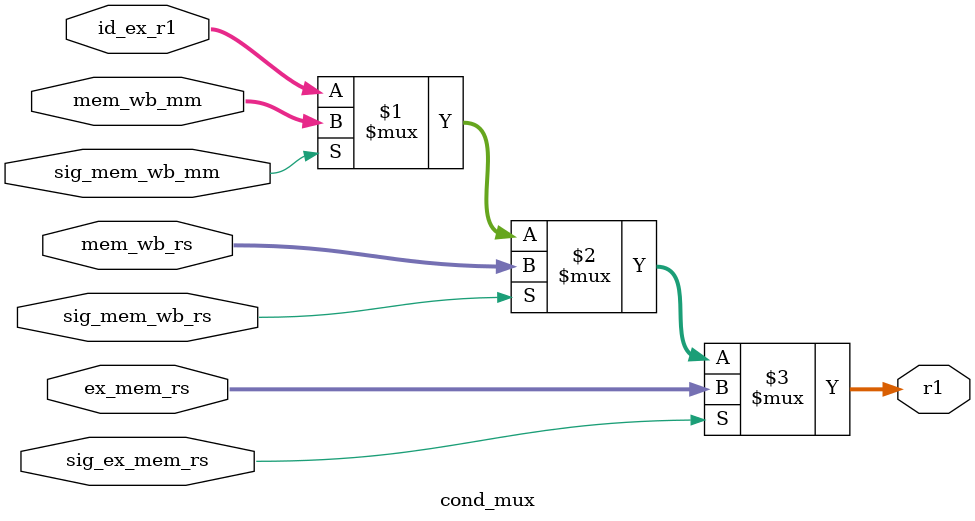
<source format=v>
module cond_mux(
    input sig_ex_mem_rs,
    input sig_mem_wb_rs,
    input sig_mem_wb_mm,
    input [31:0] ex_mem_rs,
    input [31:0] mem_wb_rs,
    input [31:0] mem_wb_mm,
    input [31:0] id_ex_r1,
    output [31:0] r1
);
assign r1 = sig_ex_mem_rs ? ex_mem_rs : sig_mem_wb_rs ? mem_wb_rs : sig_mem_wb_mm ? mem_wb_mm : id_ex_r1;
endmodule
</source>
